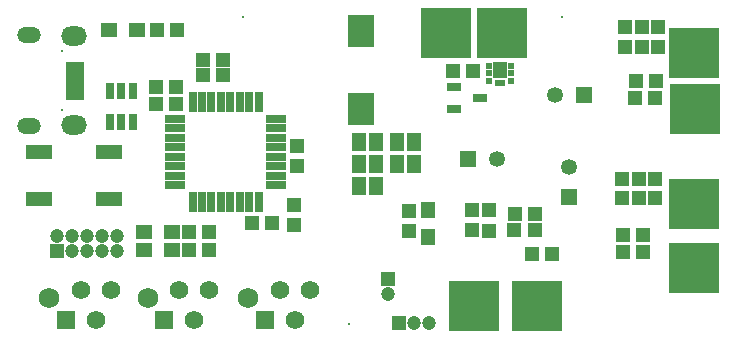
<source format=gts>
%FSTAX23Y23*%
%MOIN*%
%SFA1B1*%

%IPPOS*%
%ADD33R,0.047244X0.051181*%
%ADD34R,0.049212X0.031496*%
%ADD35R,0.024803X0.021654*%
%ADD36R,0.051181X0.057087*%
%ADD37R,0.033858X0.021654*%
%ADD38R,0.088582X0.106299*%
%ADD39R,0.051181X0.062992*%
%ADD40R,0.051181X0.047244*%
%ADD41R,0.065945X0.031496*%
%ADD42R,0.031496X0.065945*%
%ADD43R,0.165354X0.165354*%
%ADD44R,0.059055X0.025591*%
%ADD45R,0.031496X0.055905*%
%ADD46R,0.057087X0.051181*%
%ADD47R,0.086614X0.047244*%
%ADD48R,0.086614X0.047244*%
%ADD49C,0.007874*%
%ADD50R,0.061338X0.061338*%
%ADD51C,0.061338*%
%ADD52C,0.068898*%
%ADD53R,0.053150X0.053150*%
%ADD54C,0.053150*%
%ADD55R,0.053150X0.053150*%
%ADD56O,0.086614X0.064960*%
%ADD57O,0.078740X0.053150*%
%ADD58C,0.047244*%
%ADD59R,0.047244X0.047244*%
%ADD60R,0.047244X0.047244*%
%LNlebot-1*%
%LPD*%
G54D33*
X01553Y00922D03*
X01486D03*
X02161Y00833D03*
X02094D03*
X02163Y00891D03*
X02096D03*
X01692Y00392D03*
X01759D03*
X01693Y00447D03*
X0176D03*
X01751Y00313D03*
X01818D03*
X02054Y0032D03*
X02121D03*
X02054Y00375D03*
X02121D03*
X00653Y0096D03*
X0072D03*
X00653Y00909D03*
X0072D03*
X00564Y00812D03*
X00498D03*
X00564Y00871D03*
X00498D03*
X00566Y01059D03*
X005D03*
X00675Y00385D03*
X00608D03*
X00675Y00326D03*
X00608D03*
X00818Y00417D03*
X00885D03*
G54D34*
X01577Y00833D03*
X01491Y00796D03*
Y00871D03*
G54D35*
X01606Y0094D03*
Y00915D03*
Y00889D03*
X01679D03*
Y00915D03*
Y0094D03*
G54D36*
X01643Y00926D03*
X01403Y00369D03*
Y00461D03*
G54D37*
X01643Y00884D03*
G54D38*
X01181Y00796D03*
Y01056D03*
G54D39*
X01299Y00614D03*
X01358D03*
X01232Y00539D03*
X01173D03*
X01232Y00614D03*
X01173D03*
X01299Y00685D03*
X01358D03*
X01232D03*
X01173D03*
G54D40*
X00968Y00606D03*
Y00673D03*
X01551Y00393D03*
Y0046D03*
X01339Y00455D03*
Y00388D03*
X01606Y00458D03*
Y00391D03*
X02107Y00498D03*
Y00564D03*
X02052Y00498D03*
Y00564D03*
X02162D03*
Y00498D03*
X02117Y01002D03*
Y01069D03*
X02062Y01002D03*
Y01069D03*
X02169D03*
Y01002D03*
X00956Y00476D03*
Y00409D03*
G54D41*
X00896Y00543D03*
Y00574D03*
Y00606D03*
Y00637D03*
Y00669D03*
Y007D03*
Y00732D03*
Y00763D03*
X00562D03*
Y00732D03*
Y007D03*
Y00669D03*
Y00637D03*
Y00606D03*
Y00574D03*
Y00543D03*
G54D42*
X0084Y0082D03*
X00808D03*
X00777D03*
X00745D03*
X00714D03*
X00682D03*
X00651D03*
X00619D03*
Y00486D03*
X00651D03*
X00682D03*
X00714D03*
X00745D03*
X00777D03*
X00808D03*
X0084D03*
G54D43*
X01767Y00141D03*
X01558Y00139D03*
X02291Y00479D03*
X02292Y00267D03*
X02291Y00983D03*
X02295Y00795D03*
X01649Y01051D03*
X01464D03*
G54D44*
X00228Y0094D03*
Y00915D03*
Y00889D03*
Y00863D03*
Y00838D03*
G54D45*
X00345Y00754D03*
X00382D03*
X00419D03*
Y00857D03*
X00382D03*
X00345D03*
G54D46*
X00433Y01059D03*
X0034D03*
X00551Y00387D03*
X00458D03*
X00551Y00326D03*
X00458D03*
G54D47*
X00106Y00652D03*
X00342D03*
G54D48*
X00106Y00495D03*
X00342D03*
G54D49*
X01141Y00078D03*
X0185Y01102D03*
X00787D03*
X00183Y00989D03*
Y00793D03*
G54D50*
X0086Y00094D03*
X00525D03*
X00198D03*
G54D51*
X0091Y00194D03*
X0096Y00094D03*
X0101Y00194D03*
X00575D03*
X00625Y00094D03*
X00675Y00194D03*
X00248D03*
X00298Y00094D03*
X00348Y00194D03*
G54D52*
X00805Y00165D03*
X0047D03*
X00142D03*
G54D53*
X01536Y00629D03*
X01925Y00842D03*
G54D54*
X01634Y00629D03*
X01874Y00602D03*
X01826Y00842D03*
G54D55*
X01874Y00503D03*
G54D56*
X00225Y01038D03*
Y00744D03*
G54D57*
X00075Y01044D03*
Y00738D03*
G54D58*
X01407Y00083D03*
X01357D03*
X0127Y0018D03*
X00368Y00374D03*
Y00324D03*
X00318Y00374D03*
Y00324D03*
X00268Y00374D03*
Y00324D03*
X00218Y00374D03*
Y00324D03*
X00168Y00374D03*
G54D59*
X01307Y00083D03*
X00168Y00324D03*
G54D60*
X0127Y0023D03*
M02*
</source>
